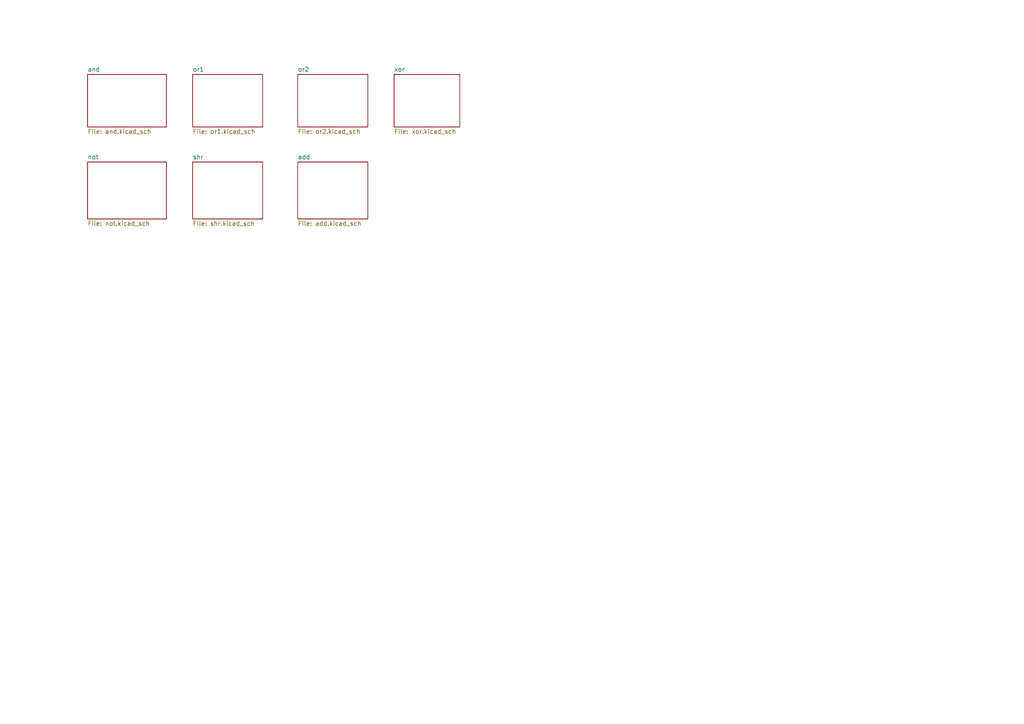
<source format=kicad_sch>
(kicad_sch
	(version 20250114)
	(generator "eeschema")
	(generator_version "9.0")
	(uuid "ef21cd22-a9e7-4e45-b09f-de717f45c340")
	(paper "A4")
	(lib_symbols)
	(sheet
		(at 86.36 21.59)
		(size 20.32 15.24)
		(exclude_from_sim no)
		(in_bom yes)
		(on_board yes)
		(dnp no)
		(fields_autoplaced yes)
		(stroke
			(width 0.1524)
			(type solid)
		)
		(fill
			(color 0 0 0 0.0000)
		)
		(uuid "0dc78c12-4d6a-4192-acf3-e5d2d3c4721e")
		(property "Sheetname" "or2"
			(at 86.36 20.8784 0)
			(effects
				(font
					(size 1.27 1.27)
				)
				(justify left bottom)
			)
		)
		(property "Sheetfile" "or2.kicad_sch"
			(at 86.36 37.4146 0)
			(effects
				(font
					(size 1.27 1.27)
				)
				(justify left top)
			)
		)
		(instances
			(project "operations"
				(path "/ef21cd22-a9e7-4e45-b09f-de717f45c340"
					(page "4")
				)
			)
		)
	)
	(sheet
		(at 55.88 21.59)
		(size 20.32 15.24)
		(exclude_from_sim no)
		(in_bom yes)
		(on_board yes)
		(dnp no)
		(fields_autoplaced yes)
		(stroke
			(width 0.1524)
			(type solid)
		)
		(fill
			(color 0 0 0 0.0000)
		)
		(uuid "1492c47b-ab21-4cb2-b64a-54c154af3bf2")
		(property "Sheetname" "or1"
			(at 55.88 20.8784 0)
			(effects
				(font
					(size 1.27 1.27)
				)
				(justify left bottom)
			)
		)
		(property "Sheetfile" "or1.kicad_sch"
			(at 55.88 37.4146 0)
			(effects
				(font
					(size 1.27 1.27)
				)
				(justify left top)
			)
		)
		(instances
			(project "operations"
				(path "/ef21cd22-a9e7-4e45-b09f-de717f45c340"
					(page "3")
				)
			)
		)
	)
	(sheet
		(at 86.36 46.99)
		(size 20.32 16.51)
		(exclude_from_sim no)
		(in_bom yes)
		(on_board yes)
		(dnp no)
		(fields_autoplaced yes)
		(stroke
			(width 0.1524)
			(type solid)
		)
		(fill
			(color 0 0 0 0.0000)
		)
		(uuid "1f2768ad-4876-403c-b4c6-fbae397289e1")
		(property "Sheetname" "add"
			(at 86.36 46.2784 0)
			(effects
				(font
					(size 1.27 1.27)
				)
				(justify left bottom)
			)
		)
		(property "Sheetfile" "add.kicad_sch"
			(at 86.36 64.0846 0)
			(effects
				(font
					(size 1.27 1.27)
				)
				(justify left top)
			)
		)
		(instances
			(project "operations"
				(path "/ef21cd22-a9e7-4e45-b09f-de717f45c340"
					(page "8")
				)
			)
		)
	)
	(sheet
		(at 114.3 21.59)
		(size 19.05 15.24)
		(exclude_from_sim no)
		(in_bom yes)
		(on_board yes)
		(dnp no)
		(fields_autoplaced yes)
		(stroke
			(width 0.1524)
			(type solid)
		)
		(fill
			(color 0 0 0 0.0000)
		)
		(uuid "2ed9b101-536d-4009-8044-6c00d904e446")
		(property "Sheetname" "xor"
			(at 114.3 20.8784 0)
			(effects
				(font
					(size 1.27 1.27)
				)
				(justify left bottom)
			)
		)
		(property "Sheetfile" "xor.kicad_sch"
			(at 114.3 37.4146 0)
			(effects
				(font
					(size 1.27 1.27)
				)
				(justify left top)
			)
		)
		(instances
			(project "operations"
				(path "/ef21cd22-a9e7-4e45-b09f-de717f45c340"
					(page "5")
				)
			)
		)
	)
	(sheet
		(at 25.4 46.99)
		(size 22.86 16.51)
		(exclude_from_sim no)
		(in_bom yes)
		(on_board yes)
		(dnp no)
		(fields_autoplaced yes)
		(stroke
			(width 0.1524)
			(type solid)
		)
		(fill
			(color 0 0 0 0.0000)
		)
		(uuid "4ec52aac-fd6a-48fa-b224-c8bbddae2d63")
		(property "Sheetname" "not"
			(at 25.4 46.2784 0)
			(effects
				(font
					(size 1.27 1.27)
				)
				(justify left bottom)
			)
		)
		(property "Sheetfile" "not.kicad_sch"
			(at 25.4 64.0846 0)
			(effects
				(font
					(size 1.27 1.27)
				)
				(justify left top)
			)
		)
		(instances
			(project "operations"
				(path "/ef21cd22-a9e7-4e45-b09f-de717f45c340"
					(page "6")
				)
			)
		)
	)
	(sheet
		(at 25.4 21.59)
		(size 22.86 15.24)
		(exclude_from_sim no)
		(in_bom yes)
		(on_board yes)
		(dnp no)
		(fields_autoplaced yes)
		(stroke
			(width 0.1524)
			(type solid)
		)
		(fill
			(color 0 0 0 0.0000)
		)
		(uuid "7d9f7fae-bca4-4232-9803-e89af1bcbd46")
		(property "Sheetname" "and"
			(at 25.4 20.8784 0)
			(effects
				(font
					(size 1.27 1.27)
				)
				(justify left bottom)
			)
		)
		(property "Sheetfile" "and.kicad_sch"
			(at 25.4 37.4146 0)
			(effects
				(font
					(size 1.27 1.27)
				)
				(justify left top)
			)
		)
		(instances
			(project "operations"
				(path "/ef21cd22-a9e7-4e45-b09f-de717f45c340"
					(page "2")
				)
			)
		)
	)
	(sheet
		(at 55.88 46.99)
		(size 20.32 16.51)
		(exclude_from_sim no)
		(in_bom yes)
		(on_board yes)
		(dnp no)
		(fields_autoplaced yes)
		(stroke
			(width 0.1524)
			(type solid)
		)
		(fill
			(color 0 0 0 0.0000)
		)
		(uuid "beb135e2-6e65-4ef9-a2bf-d2249fc70c4e")
		(property "Sheetname" "shr"
			(at 55.88 46.2784 0)
			(effects
				(font
					(size 1.27 1.27)
				)
				(justify left bottom)
			)
		)
		(property "Sheetfile" "shr.kicad_sch"
			(at 55.88 64.0846 0)
			(effects
				(font
					(size 1.27 1.27)
				)
				(justify left top)
			)
		)
		(instances
			(project "operations"
				(path "/ef21cd22-a9e7-4e45-b09f-de717f45c340"
					(page "7")
				)
			)
		)
	)
	(sheet_instances
		(path "/"
			(page "1")
		)
	)
	(embedded_fonts no)
)

</source>
